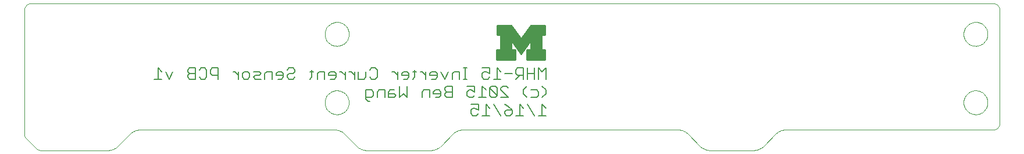
<source format=gbo>
G75*
%MOIN*%
%OFA0B0*%
%FSLAX24Y24*%
%IPPOS*%
%LPD*%
%AMOC8*
5,1,8,0,0,1.08239X$1,22.5*
%
%ADD10C,0.0000*%
%ADD11C,0.0060*%
%ADD12C,0.0100*%
D10*
X003074Y000967D02*
X006916Y000967D01*
X007473Y001198D02*
X008193Y001918D01*
X008749Y002149D02*
X019908Y002149D01*
X020465Y001918D02*
X021185Y001198D01*
X021741Y000967D02*
X025420Y000967D01*
X025977Y001198D02*
X026696Y001918D01*
X027253Y002149D02*
X039593Y002149D01*
X040150Y001918D02*
X040870Y001198D01*
X041426Y000967D02*
X043924Y000967D01*
X044481Y001198D02*
X045200Y001918D01*
X045757Y002149D02*
X057636Y002149D01*
X057636Y002148D02*
X057675Y002150D01*
X057713Y002156D01*
X057750Y002165D01*
X057787Y002178D01*
X057822Y002195D01*
X057855Y002214D01*
X057886Y002237D01*
X057915Y002263D01*
X057941Y002292D01*
X057964Y002323D01*
X057983Y002356D01*
X058000Y002391D01*
X058013Y002428D01*
X058022Y002465D01*
X058028Y002503D01*
X058030Y002542D01*
X058029Y002542D02*
X058029Y009038D01*
X058030Y009038D02*
X058028Y009077D01*
X058022Y009115D01*
X058013Y009152D01*
X058000Y009189D01*
X057983Y009224D01*
X057964Y009257D01*
X057941Y009288D01*
X057915Y009317D01*
X057886Y009343D01*
X057855Y009366D01*
X057822Y009385D01*
X057787Y009402D01*
X057750Y009415D01*
X057713Y009424D01*
X057675Y009430D01*
X057636Y009432D01*
X002518Y009432D01*
X002479Y009430D01*
X002441Y009424D01*
X002404Y009415D01*
X002367Y009402D01*
X002332Y009385D01*
X002299Y009366D01*
X002268Y009343D01*
X002239Y009317D01*
X002213Y009288D01*
X002190Y009257D01*
X002171Y009224D01*
X002154Y009189D01*
X002141Y009152D01*
X002132Y009115D01*
X002126Y009077D01*
X002124Y009038D01*
X002124Y001918D01*
X002126Y001879D01*
X002132Y001841D01*
X002141Y001804D01*
X002154Y001767D01*
X002171Y001732D01*
X002190Y001699D01*
X002213Y001668D01*
X002239Y001639D01*
X002796Y001083D01*
X002795Y001082D02*
X002824Y001056D01*
X002855Y001033D01*
X002888Y001014D01*
X002923Y000997D01*
X002960Y000984D01*
X002997Y000975D01*
X003035Y000969D01*
X003074Y000967D01*
X006916Y000968D02*
X006967Y000970D01*
X007019Y000975D01*
X007070Y000983D01*
X007120Y000995D01*
X007169Y001010D01*
X007217Y001028D01*
X007264Y001049D01*
X007310Y001073D01*
X007353Y001101D01*
X007395Y001131D01*
X007435Y001163D01*
X007472Y001199D01*
X008193Y001917D02*
X008230Y001953D01*
X008270Y001985D01*
X008312Y002015D01*
X008355Y002043D01*
X008401Y002067D01*
X008448Y002088D01*
X008496Y002106D01*
X008545Y002121D01*
X008595Y002133D01*
X008646Y002141D01*
X008698Y002146D01*
X008749Y002148D01*
X019908Y002148D02*
X019959Y002146D01*
X020011Y002141D01*
X020062Y002133D01*
X020112Y002121D01*
X020161Y002106D01*
X020209Y002088D01*
X020256Y002067D01*
X020302Y002043D01*
X020345Y002015D01*
X020387Y001985D01*
X020427Y001953D01*
X020464Y001917D01*
X021185Y001199D02*
X021222Y001163D01*
X021262Y001131D01*
X021304Y001101D01*
X021347Y001073D01*
X021393Y001049D01*
X021440Y001028D01*
X021488Y001010D01*
X021537Y000995D01*
X021587Y000983D01*
X021638Y000975D01*
X021690Y000970D01*
X021741Y000968D01*
X025420Y000968D02*
X025471Y000970D01*
X025523Y000975D01*
X025574Y000983D01*
X025624Y000995D01*
X025673Y001010D01*
X025721Y001028D01*
X025768Y001049D01*
X025814Y001073D01*
X025857Y001101D01*
X025899Y001131D01*
X025939Y001163D01*
X025976Y001199D01*
X026697Y001917D02*
X026734Y001953D01*
X026774Y001985D01*
X026816Y002015D01*
X026859Y002043D01*
X026905Y002067D01*
X026952Y002088D01*
X027000Y002106D01*
X027049Y002121D01*
X027099Y002133D01*
X027150Y002141D01*
X027202Y002146D01*
X027253Y002148D01*
X019348Y003723D02*
X019350Y003775D01*
X019356Y003827D01*
X019366Y003878D01*
X019379Y003928D01*
X019397Y003978D01*
X019418Y004025D01*
X019442Y004071D01*
X019471Y004115D01*
X019502Y004157D01*
X019536Y004196D01*
X019573Y004233D01*
X019613Y004266D01*
X019656Y004297D01*
X019700Y004324D01*
X019746Y004348D01*
X019795Y004368D01*
X019844Y004384D01*
X019895Y004397D01*
X019946Y004406D01*
X019998Y004411D01*
X020050Y004412D01*
X020102Y004409D01*
X020154Y004402D01*
X020205Y004391D01*
X020255Y004377D01*
X020304Y004358D01*
X020351Y004336D01*
X020396Y004311D01*
X020440Y004282D01*
X020481Y004250D01*
X020520Y004215D01*
X020555Y004177D01*
X020588Y004136D01*
X020618Y004094D01*
X020644Y004049D01*
X020667Y004002D01*
X020686Y003953D01*
X020702Y003903D01*
X020714Y003853D01*
X020722Y003801D01*
X020726Y003749D01*
X020726Y003697D01*
X020722Y003645D01*
X020714Y003593D01*
X020702Y003543D01*
X020686Y003493D01*
X020667Y003444D01*
X020644Y003397D01*
X020618Y003352D01*
X020588Y003310D01*
X020555Y003269D01*
X020520Y003231D01*
X020481Y003196D01*
X020440Y003164D01*
X020396Y003135D01*
X020351Y003110D01*
X020304Y003088D01*
X020255Y003069D01*
X020205Y003055D01*
X020154Y003044D01*
X020102Y003037D01*
X020050Y003034D01*
X019998Y003035D01*
X019946Y003040D01*
X019895Y003049D01*
X019844Y003062D01*
X019795Y003078D01*
X019746Y003098D01*
X019700Y003122D01*
X019656Y003149D01*
X019613Y003180D01*
X019573Y003213D01*
X019536Y003250D01*
X019502Y003289D01*
X019471Y003331D01*
X019442Y003375D01*
X019418Y003421D01*
X019397Y003468D01*
X019379Y003518D01*
X019366Y003568D01*
X019356Y003619D01*
X019350Y003671D01*
X019348Y003723D01*
X019348Y007660D02*
X019350Y007712D01*
X019356Y007764D01*
X019366Y007815D01*
X019379Y007865D01*
X019397Y007915D01*
X019418Y007962D01*
X019442Y008008D01*
X019471Y008052D01*
X019502Y008094D01*
X019536Y008133D01*
X019573Y008170D01*
X019613Y008203D01*
X019656Y008234D01*
X019700Y008261D01*
X019746Y008285D01*
X019795Y008305D01*
X019844Y008321D01*
X019895Y008334D01*
X019946Y008343D01*
X019998Y008348D01*
X020050Y008349D01*
X020102Y008346D01*
X020154Y008339D01*
X020205Y008328D01*
X020255Y008314D01*
X020304Y008295D01*
X020351Y008273D01*
X020396Y008248D01*
X020440Y008219D01*
X020481Y008187D01*
X020520Y008152D01*
X020555Y008114D01*
X020588Y008073D01*
X020618Y008031D01*
X020644Y007986D01*
X020667Y007939D01*
X020686Y007890D01*
X020702Y007840D01*
X020714Y007790D01*
X020722Y007738D01*
X020726Y007686D01*
X020726Y007634D01*
X020722Y007582D01*
X020714Y007530D01*
X020702Y007480D01*
X020686Y007430D01*
X020667Y007381D01*
X020644Y007334D01*
X020618Y007289D01*
X020588Y007247D01*
X020555Y007206D01*
X020520Y007168D01*
X020481Y007133D01*
X020440Y007101D01*
X020396Y007072D01*
X020351Y007047D01*
X020304Y007025D01*
X020255Y007006D01*
X020205Y006992D01*
X020154Y006981D01*
X020102Y006974D01*
X020050Y006971D01*
X019998Y006972D01*
X019946Y006977D01*
X019895Y006986D01*
X019844Y006999D01*
X019795Y007015D01*
X019746Y007035D01*
X019700Y007059D01*
X019656Y007086D01*
X019613Y007117D01*
X019573Y007150D01*
X019536Y007187D01*
X019502Y007226D01*
X019471Y007268D01*
X019442Y007312D01*
X019418Y007358D01*
X019397Y007405D01*
X019379Y007455D01*
X019366Y007505D01*
X019356Y007556D01*
X019350Y007608D01*
X019348Y007660D01*
X040870Y001199D02*
X040907Y001163D01*
X040947Y001131D01*
X040989Y001101D01*
X041032Y001073D01*
X041078Y001049D01*
X041125Y001028D01*
X041173Y001010D01*
X041222Y000995D01*
X041272Y000983D01*
X041323Y000975D01*
X041375Y000970D01*
X041426Y000968D01*
X040149Y001917D02*
X040112Y001953D01*
X040072Y001985D01*
X040030Y002015D01*
X039987Y002043D01*
X039941Y002067D01*
X039894Y002088D01*
X039846Y002106D01*
X039797Y002121D01*
X039747Y002133D01*
X039696Y002141D01*
X039644Y002146D01*
X039593Y002148D01*
X043924Y000968D02*
X043975Y000970D01*
X044027Y000975D01*
X044078Y000983D01*
X044128Y000995D01*
X044177Y001010D01*
X044225Y001028D01*
X044272Y001049D01*
X044318Y001073D01*
X044361Y001101D01*
X044403Y001131D01*
X044443Y001163D01*
X044480Y001199D01*
X045201Y001917D02*
X045238Y001953D01*
X045278Y001985D01*
X045320Y002015D01*
X045363Y002043D01*
X045409Y002067D01*
X045456Y002088D01*
X045504Y002106D01*
X045553Y002121D01*
X045603Y002133D01*
X045654Y002141D01*
X045706Y002146D01*
X045757Y002148D01*
X055963Y003723D02*
X055965Y003775D01*
X055971Y003827D01*
X055981Y003878D01*
X055994Y003928D01*
X056012Y003978D01*
X056033Y004025D01*
X056057Y004071D01*
X056086Y004115D01*
X056117Y004157D01*
X056151Y004196D01*
X056188Y004233D01*
X056228Y004266D01*
X056271Y004297D01*
X056315Y004324D01*
X056361Y004348D01*
X056410Y004368D01*
X056459Y004384D01*
X056510Y004397D01*
X056561Y004406D01*
X056613Y004411D01*
X056665Y004412D01*
X056717Y004409D01*
X056769Y004402D01*
X056820Y004391D01*
X056870Y004377D01*
X056919Y004358D01*
X056966Y004336D01*
X057011Y004311D01*
X057055Y004282D01*
X057096Y004250D01*
X057135Y004215D01*
X057170Y004177D01*
X057203Y004136D01*
X057233Y004094D01*
X057259Y004049D01*
X057282Y004002D01*
X057301Y003953D01*
X057317Y003903D01*
X057329Y003853D01*
X057337Y003801D01*
X057341Y003749D01*
X057341Y003697D01*
X057337Y003645D01*
X057329Y003593D01*
X057317Y003543D01*
X057301Y003493D01*
X057282Y003444D01*
X057259Y003397D01*
X057233Y003352D01*
X057203Y003310D01*
X057170Y003269D01*
X057135Y003231D01*
X057096Y003196D01*
X057055Y003164D01*
X057011Y003135D01*
X056966Y003110D01*
X056919Y003088D01*
X056870Y003069D01*
X056820Y003055D01*
X056769Y003044D01*
X056717Y003037D01*
X056665Y003034D01*
X056613Y003035D01*
X056561Y003040D01*
X056510Y003049D01*
X056459Y003062D01*
X056410Y003078D01*
X056361Y003098D01*
X056315Y003122D01*
X056271Y003149D01*
X056228Y003180D01*
X056188Y003213D01*
X056151Y003250D01*
X056117Y003289D01*
X056086Y003331D01*
X056057Y003375D01*
X056033Y003421D01*
X056012Y003468D01*
X055994Y003518D01*
X055981Y003568D01*
X055971Y003619D01*
X055965Y003671D01*
X055963Y003723D01*
X055963Y007660D02*
X055965Y007712D01*
X055971Y007764D01*
X055981Y007815D01*
X055994Y007865D01*
X056012Y007915D01*
X056033Y007962D01*
X056057Y008008D01*
X056086Y008052D01*
X056117Y008094D01*
X056151Y008133D01*
X056188Y008170D01*
X056228Y008203D01*
X056271Y008234D01*
X056315Y008261D01*
X056361Y008285D01*
X056410Y008305D01*
X056459Y008321D01*
X056510Y008334D01*
X056561Y008343D01*
X056613Y008348D01*
X056665Y008349D01*
X056717Y008346D01*
X056769Y008339D01*
X056820Y008328D01*
X056870Y008314D01*
X056919Y008295D01*
X056966Y008273D01*
X057011Y008248D01*
X057055Y008219D01*
X057096Y008187D01*
X057135Y008152D01*
X057170Y008114D01*
X057203Y008073D01*
X057233Y008031D01*
X057259Y007986D01*
X057282Y007939D01*
X057301Y007890D01*
X057317Y007840D01*
X057329Y007790D01*
X057337Y007738D01*
X057341Y007686D01*
X057341Y007634D01*
X057337Y007582D01*
X057329Y007530D01*
X057317Y007480D01*
X057301Y007430D01*
X057282Y007381D01*
X057259Y007334D01*
X057233Y007289D01*
X057203Y007247D01*
X057170Y007206D01*
X057135Y007168D01*
X057096Y007133D01*
X057055Y007101D01*
X057011Y007072D01*
X056966Y007047D01*
X056919Y007025D01*
X056870Y007006D01*
X056820Y006992D01*
X056769Y006981D01*
X056717Y006974D01*
X056665Y006971D01*
X056613Y006972D01*
X056561Y006977D01*
X056510Y006986D01*
X056459Y006999D01*
X056410Y007015D01*
X056361Y007035D01*
X056315Y007059D01*
X056271Y007086D01*
X056228Y007117D01*
X056188Y007150D01*
X056151Y007187D01*
X056117Y007226D01*
X056086Y007268D01*
X056057Y007312D01*
X056033Y007358D01*
X056012Y007405D01*
X055994Y007455D01*
X055981Y007505D01*
X055971Y007556D01*
X055965Y007608D01*
X055963Y007660D01*
D11*
X032015Y005706D02*
X032015Y005066D01*
X031588Y005066D02*
X031588Y005706D01*
X031802Y005493D01*
X032015Y005706D01*
X031371Y005706D02*
X031371Y005066D01*
X030944Y005066D02*
X030944Y005706D01*
X030726Y005706D02*
X030406Y005706D01*
X030299Y005600D01*
X030299Y005386D01*
X030406Y005279D01*
X030726Y005279D01*
X030513Y005279D02*
X030299Y005066D01*
X030726Y005066D02*
X030726Y005706D01*
X029437Y005493D02*
X029223Y005706D01*
X029223Y005066D01*
X029010Y005066D02*
X029437Y005066D01*
X028792Y005173D02*
X028686Y005066D01*
X028472Y005066D01*
X028365Y005173D01*
X028365Y005386D01*
X028472Y005493D01*
X028579Y005493D01*
X028792Y005386D01*
X028792Y005706D01*
X028365Y005706D01*
X027503Y005706D02*
X027290Y005706D01*
X027397Y005706D02*
X027397Y005066D01*
X027503Y005066D02*
X027290Y005066D01*
X027074Y005066D02*
X027074Y005493D01*
X026753Y005493D01*
X026647Y005386D01*
X026647Y005066D01*
X026216Y005066D02*
X026002Y005493D01*
X025785Y005386D02*
X025678Y005493D01*
X025464Y005493D01*
X025358Y005386D01*
X025358Y005279D01*
X025785Y005279D01*
X025785Y005173D02*
X025785Y005386D01*
X026216Y005066D02*
X026429Y005493D01*
X025785Y005173D02*
X025678Y005066D01*
X025464Y005066D01*
X025140Y005066D02*
X025140Y005493D01*
X024926Y005493D02*
X024820Y005493D01*
X024926Y005493D02*
X025140Y005279D01*
X024496Y005173D02*
X024389Y005066D01*
X024496Y005173D02*
X024496Y005600D01*
X024603Y005493D02*
X024389Y005493D01*
X024173Y005386D02*
X024066Y005493D01*
X023853Y005493D01*
X023746Y005386D01*
X023746Y005279D01*
X024173Y005279D01*
X024173Y005173D02*
X024173Y005386D01*
X023529Y005279D02*
X023315Y005493D01*
X023208Y005493D01*
X023529Y005493D02*
X023529Y005066D01*
X023853Y005066D02*
X024066Y005066D01*
X024173Y005173D01*
X022347Y005173D02*
X022240Y005066D01*
X022027Y005066D01*
X021920Y005173D01*
X021702Y005173D02*
X021596Y005066D01*
X021275Y005066D01*
X021275Y005493D01*
X021058Y005493D02*
X021058Y005066D01*
X020521Y005066D02*
X020521Y005493D01*
X020521Y005279D02*
X020307Y005493D01*
X020200Y005493D01*
X019984Y005386D02*
X019877Y005493D01*
X019663Y005493D01*
X019557Y005386D01*
X019557Y005279D01*
X019984Y005279D01*
X019984Y005173D02*
X019984Y005386D01*
X019339Y005493D02*
X019019Y005493D01*
X018912Y005386D01*
X018912Y005066D01*
X018588Y005173D02*
X018481Y005066D01*
X018588Y005173D02*
X018588Y005600D01*
X018695Y005493D02*
X018481Y005493D01*
X017620Y005493D02*
X017620Y005600D01*
X017514Y005706D01*
X017300Y005706D01*
X017193Y005600D01*
X016976Y005386D02*
X016869Y005493D01*
X016655Y005493D01*
X016549Y005386D01*
X016549Y005279D01*
X016976Y005279D01*
X016976Y005173D02*
X016976Y005386D01*
X017193Y005279D02*
X017300Y005386D01*
X017514Y005386D01*
X017620Y005493D01*
X017193Y005279D02*
X017193Y005173D01*
X017300Y005066D01*
X017514Y005066D01*
X017620Y005173D01*
X016976Y005173D02*
X016869Y005066D01*
X016655Y005066D01*
X016331Y005066D02*
X016331Y005493D01*
X016011Y005493D01*
X015904Y005386D01*
X015904Y005066D01*
X015687Y005066D02*
X015366Y005066D01*
X015260Y005173D01*
X015366Y005279D01*
X015580Y005279D01*
X015687Y005386D01*
X015580Y005493D01*
X015260Y005493D01*
X015042Y005386D02*
X015042Y005173D01*
X014935Y005066D01*
X014722Y005066D01*
X014615Y005173D01*
X014615Y005386D01*
X014722Y005493D01*
X014935Y005493D01*
X015042Y005386D01*
X014398Y005279D02*
X014184Y005493D01*
X014077Y005493D01*
X014398Y005493D02*
X014398Y005066D01*
X013216Y005066D02*
X013216Y005706D01*
X012896Y005706D01*
X012789Y005600D01*
X012789Y005386D01*
X012896Y005279D01*
X013216Y005279D01*
X012571Y005173D02*
X012465Y005066D01*
X012251Y005066D01*
X012144Y005173D01*
X011927Y005066D02*
X011606Y005066D01*
X011500Y005173D01*
X011500Y005279D01*
X011606Y005386D01*
X011927Y005386D01*
X011606Y005386D02*
X011500Y005493D01*
X011500Y005600D01*
X011606Y005706D01*
X011927Y005706D01*
X011927Y005066D01*
X012571Y005173D02*
X012571Y005600D01*
X012465Y005706D01*
X012251Y005706D01*
X012144Y005600D01*
X010638Y005493D02*
X010424Y005066D01*
X010211Y005493D01*
X009993Y005493D02*
X009780Y005706D01*
X009780Y005066D01*
X009993Y005066D02*
X009566Y005066D01*
X019339Y005066D02*
X019339Y005493D01*
X020738Y005493D02*
X020844Y005493D01*
X021058Y005279D01*
X019984Y005173D02*
X019877Y005066D01*
X019663Y005066D01*
X021702Y005173D02*
X021702Y005493D01*
X021920Y005600D02*
X022027Y005706D01*
X022240Y005706D01*
X022347Y005600D01*
X022347Y005173D01*
X023639Y004656D02*
X023639Y004016D01*
X023852Y004229D01*
X024066Y004016D01*
X024066Y004656D01*
X023314Y004443D02*
X023101Y004443D01*
X022994Y004336D01*
X022994Y004016D01*
X023314Y004016D01*
X023421Y004123D01*
X023314Y004229D01*
X022994Y004229D01*
X022456Y004443D02*
X022350Y004336D01*
X022350Y004016D01*
X022132Y004123D02*
X022025Y004016D01*
X021705Y004016D01*
X021705Y003909D02*
X021705Y004443D01*
X022025Y004443D01*
X022132Y004336D01*
X022132Y004123D01*
X022777Y004016D02*
X022777Y004443D01*
X022456Y004443D01*
X024928Y004336D02*
X024928Y004016D01*
X025355Y004016D02*
X025355Y004443D01*
X025035Y004443D01*
X024928Y004336D01*
X025572Y004336D02*
X025572Y004229D01*
X025999Y004229D01*
X025999Y004123D02*
X025999Y004336D01*
X025893Y004443D01*
X025679Y004443D01*
X025572Y004336D01*
X026217Y004229D02*
X026217Y004123D01*
X026324Y004016D01*
X026644Y004016D01*
X026644Y004656D01*
X026324Y004656D01*
X026217Y004550D01*
X026217Y004443D01*
X026324Y004336D01*
X026644Y004336D01*
X026324Y004336D02*
X026217Y004229D01*
X025999Y004123D02*
X025893Y004016D01*
X025679Y004016D01*
X027506Y004123D02*
X027506Y004336D01*
X027613Y004443D01*
X027720Y004443D01*
X027933Y004336D01*
X027933Y004656D01*
X027506Y004656D01*
X028364Y004656D02*
X028578Y004443D01*
X028795Y004550D02*
X029222Y004123D01*
X029115Y004016D01*
X028902Y004016D01*
X028795Y004123D01*
X028795Y004550D01*
X028902Y004656D01*
X029115Y004656D01*
X029222Y004550D01*
X029222Y004123D01*
X029440Y004016D02*
X029867Y004016D01*
X029440Y004443D01*
X029440Y004550D01*
X029546Y004656D01*
X029760Y004656D01*
X029867Y004550D01*
X030727Y004443D02*
X030941Y004656D01*
X030727Y004443D02*
X030727Y004229D01*
X030941Y004016D01*
X031158Y004016D02*
X031479Y004016D01*
X031586Y004123D01*
X031586Y004336D01*
X031479Y004443D01*
X031158Y004443D01*
X031802Y004656D02*
X032015Y004443D01*
X032015Y004229D01*
X031802Y004016D01*
X031802Y003606D02*
X031802Y002966D01*
X032015Y002966D02*
X031588Y002966D01*
X031371Y002966D02*
X030944Y003606D01*
X030726Y003393D02*
X030513Y003606D01*
X030513Y002966D01*
X030726Y002966D02*
X030299Y002966D01*
X030082Y003073D02*
X029975Y002966D01*
X029761Y002966D01*
X029655Y003073D01*
X029655Y003179D01*
X029761Y003286D01*
X030082Y003286D01*
X030082Y003073D01*
X029437Y002966D02*
X029010Y003606D01*
X028792Y003393D02*
X028579Y003606D01*
X028579Y002966D01*
X028792Y002966D02*
X028365Y002966D01*
X028148Y003073D02*
X028041Y002966D01*
X027828Y002966D01*
X027721Y003073D01*
X027721Y003286D01*
X027828Y003393D01*
X027934Y003393D01*
X028148Y003286D01*
X028148Y003606D01*
X027721Y003606D01*
X027826Y004016D02*
X027933Y004123D01*
X027826Y004016D02*
X027613Y004016D01*
X027506Y004123D01*
X028151Y004016D02*
X028578Y004016D01*
X028364Y004016D02*
X028364Y004656D01*
X029655Y005386D02*
X030082Y005386D01*
X030944Y005386D02*
X031371Y005386D01*
X031802Y003606D02*
X032015Y003393D01*
X030082Y003286D02*
X029868Y003500D01*
X029655Y003606D01*
X021919Y003802D02*
X021812Y003802D01*
X021705Y003909D01*
D12*
X029207Y006190D02*
X030251Y006190D01*
X030251Y006745D01*
X030023Y006745D01*
X030023Y007315D01*
X030593Y006535D01*
X031163Y007318D01*
X031163Y006745D01*
X030935Y006745D01*
X030935Y006190D01*
X031976Y006190D01*
X031976Y006745D01*
X031763Y006745D01*
X031763Y007612D01*
X031976Y007612D01*
X031976Y008170D01*
X031157Y008170D01*
X030593Y007390D01*
X030029Y008170D01*
X029219Y008170D01*
X029219Y008158D01*
X030037Y008158D01*
X030108Y008060D02*
X029219Y008060D01*
X029219Y008158D02*
X029219Y008161D01*
X029219Y007609D01*
X029420Y007609D01*
X029420Y006748D01*
X029207Y006748D01*
X029207Y006190D01*
X029207Y006287D02*
X030251Y006287D01*
X030251Y006385D02*
X029207Y006385D01*
X029207Y006484D02*
X030251Y006484D01*
X030251Y006582D02*
X029207Y006582D01*
X029207Y006681D02*
X030251Y006681D01*
X030414Y006779D02*
X030771Y006779D01*
X030842Y006878D02*
X030342Y006878D01*
X030270Y006976D02*
X030914Y006976D01*
X030986Y007075D02*
X030198Y007075D01*
X030126Y007173D02*
X031057Y007173D01*
X031163Y007173D02*
X031763Y007173D01*
X031763Y007075D02*
X031163Y007075D01*
X031163Y006976D02*
X031763Y006976D01*
X031763Y006878D02*
X031163Y006878D01*
X031163Y006779D02*
X031763Y006779D01*
X031976Y006681D02*
X030935Y006681D01*
X030935Y006582D02*
X031976Y006582D01*
X031976Y006484D02*
X030935Y006484D01*
X030935Y006385D02*
X031976Y006385D01*
X031976Y006287D02*
X030935Y006287D01*
X030627Y006582D02*
X030558Y006582D01*
X030486Y006681D02*
X030699Y006681D01*
X030023Y006779D02*
X029420Y006779D01*
X029420Y006878D02*
X030023Y006878D01*
X030023Y006976D02*
X029420Y006976D01*
X029420Y007075D02*
X030023Y007075D01*
X030023Y007173D02*
X029420Y007173D01*
X029420Y007272D02*
X030023Y007272D01*
X030054Y007272D02*
X031129Y007272D01*
X031163Y007272D02*
X031763Y007272D01*
X031763Y007370D02*
X029420Y007370D01*
X029420Y007469D02*
X030535Y007469D01*
X030650Y007469D02*
X031763Y007469D01*
X031763Y007567D02*
X030721Y007567D01*
X030792Y007666D02*
X031976Y007666D01*
X031976Y007764D02*
X030863Y007764D01*
X030935Y007863D02*
X031976Y007863D01*
X031976Y007961D02*
X031006Y007961D01*
X031077Y008060D02*
X031976Y008060D01*
X031976Y008158D02*
X031148Y008158D01*
X030179Y007961D02*
X029219Y007961D01*
X029219Y007863D02*
X030251Y007863D01*
X030322Y007764D02*
X029219Y007764D01*
X029219Y007666D02*
X030393Y007666D01*
X030464Y007567D02*
X029420Y007567D01*
M02*

</source>
